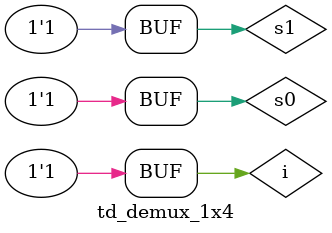
<source format=v>
module td_demux_1x4();
wire o0,o1,o2,o3;
reg s0,s1,i;

d_demux_1x4 m1(o0,o1,o2,o3,s0,s1,i);

initial begin
s1=0;s0=0;i=0;
#5 s1=0;s0=1;i=1;
#5 s1=1;s0=0;i=0;
#5 s1=1;s0=1;i=1;
end
endmodule


</source>
